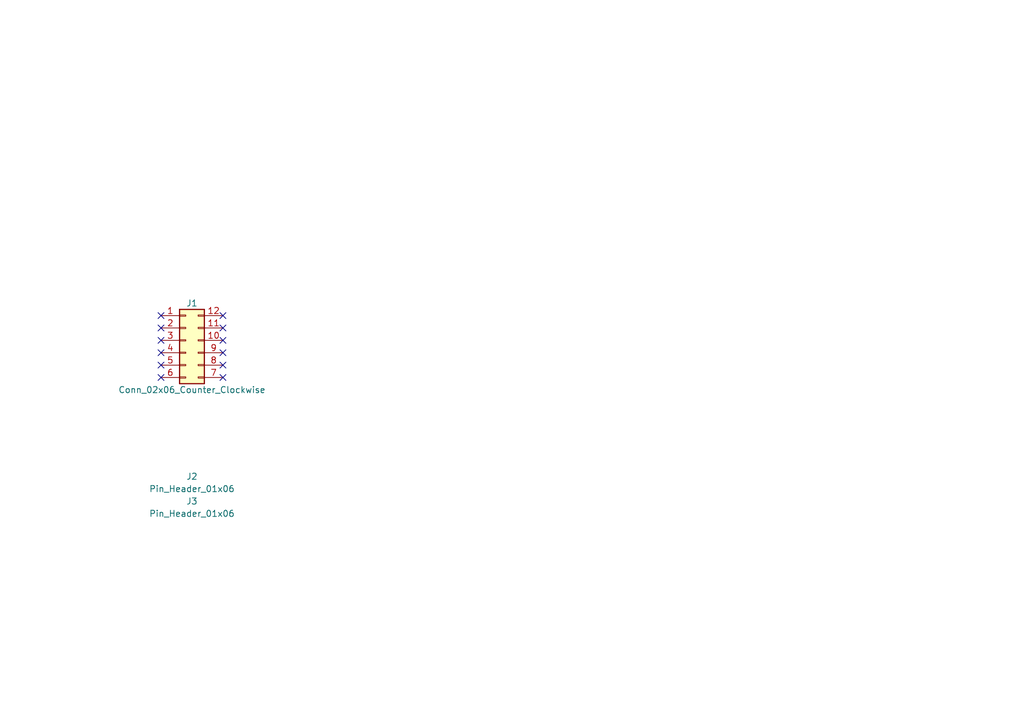
<source format=kicad_sch>
(kicad_sch (version 20250114) (generator "eeschema") (generator_version "9.0")
  (paper "A5")
  (title_block (title "Board 2x06 W15.24mm") (date "2025-09-29") (rev "V0"))
  (lib_symbols
    (symbol "Connector_Generic:Conn_02x06_Counter_Clockwise" (pin_names (offset 1.016) (hide yes))
      (property "Reference" "J" (at 1.27 7.62 0))
      (property "Value" "Conn_02x06_Counter_Clockwise" (at 1.27 -10.16 0))
      (symbol "Conn_02x06_Counter_Clockwise_1_1"
        (rectangle (start -1.27 6.35) (end 3.81 -8.89) (stroke (width 0.254)) (fill (type background)))
        (rectangle (start -1.27 5.207) (end 0 4.953) (stroke (width 0.1524)))
        (rectangle (start -1.27 2.667) (end 0 2.413) (stroke (width 0.1524)))
        (rectangle (start -1.27 0.127) (end 0 -0.127) (stroke (width 0.1524)))
        (rectangle (start -1.27 -2.413) (end 0 -2.667) (stroke (width 0.1524)))
        (rectangle (start -1.27 -4.953) (end 0 -5.207) (stroke (width 0.1524)))
        (rectangle (start -1.27 -7.493) (end 0 -7.747) (stroke (width 0.1524)))
        (rectangle (start 3.81 5.207) (end 2.54 4.953) (stroke (width 0.1524)))
        (rectangle (start 3.81 2.667) (end 2.54 2.413) (stroke (width 0.1524)))
        (rectangle (start 3.81 0.127) (end 2.54 -0.127) (stroke (width 0.1524)))
        (rectangle (start 3.81 -2.413) (end 2.54 -2.667) (stroke (width 0.1524)))
        (rectangle (start 3.81 -4.953) (end 2.54 -5.207) (stroke (width 0.1524)))
        (rectangle (start 3.81 -7.493) (end 2.54 -7.747) (stroke (width 0.1524)))
        (pin passive line (at -5.08 5.08 0) (length 3.81) (name "Pin_1") (number "1"))
        (pin passive line (at -5.08 2.54 0) (length 3.81) (name "Pin_2") (number "2"))
        (pin passive line (at -5.08 0 0) (length 3.81) (name "Pin_3") (number "3"))
        (pin passive line (at -5.08 -2.54 0) (length 3.81) (name "Pin_4") (number "4"))
        (pin passive line (at -5.08 -5.08 0) (length 3.81) (name "Pin_5") (number "5"))
        (pin passive line (at -5.08 -7.62 0) (length 3.81) (name "Pin_6") (number "6"))
        (pin passive line (at 7.62 5.08 180) (length 3.81) (name "Pin_12") (number "12"))
        (pin passive line (at 7.62 2.54 180) (length 3.81) (name "Pin_11") (number "11"))
        (pin passive line (at 7.62 0 180) (length 3.81) (name "Pin_10") (number "10"))
        (pin passive line (at 7.62 -2.54 180) (length 3.81) (name "Pin_9") (number "9"))
        (pin passive line (at 7.62 -5.08 180) (length 3.81) (name "Pin_8") (number "8"))
        (pin passive line (at 7.62 -7.62 180) (length 3.81) (name "Pin_7") (number "7"))
      )
    )
    (symbol "HCP65:Pin_Header_01x16" (pin_names (offset 1.016) (hide yes))
      (property "Reference" "J" (at 0 1.27 0))
      (property "Value" "Pin_Header_01x16" (at 0 -1.27 0))
    )
  )
  (no_connect (at 45.72 72.39))
  (no_connect (at 33.02 64.77))
  (no_connect (at 33.02 72.39))
  (no_connect (at 33.02 74.93))
  (no_connect (at 45.72 74.93))
  (no_connect (at 33.02 67.31))
  (no_connect (at 45.72 69.85))
  (no_connect (at 33.02 77.47))
  (no_connect (at 33.02 69.85))
  (no_connect (at 45.72 67.31))
  (no_connect (at 45.72 77.47))
  (no_connect (at 45.72 64.77))
  (symbol (lib_id "HCP65:Pin_Header_01x16") (at 39.37 99.06 0) (mirror y) (unit 1)
    (property "Reference" "J2" (at 39.37 97.79 0))
    (property "Value" "Pin_Header_01x06" (at 39.37 100.33 0))
    (property "Footprint" "SamacSys_Parts:PinHeader_1x06_P2.54mm_Vertical" (effects (hide yes)))
  )
  (symbol (lib_id "Connector_Generic:Conn_02x06_Counter_Clockwise") (at 38.1 69.85 0) (unit 1)
    (property "Reference" "J1" (at 39.37 62.23 0))
    (property "Value" "Conn_02x06_Counter_Clockwise" (at 39.37 80.01 0))
    (property "Description" "Generic connector, double row, 02x06, counter clockwise pin numbering scheme (similar to DIP package numbering), script generated (kicad-library-utils/schlib/autogen/connector/)" (effects (hide yes)))
  )
  (symbol (lib_id "HCP65:Pin_Header_01x16") (at 39.37 104.14 0) (unit 1)
    (property "Reference" "J3" (at 39.37 102.87 0))
    (property "Value" "Pin_Header_01x06" (at 39.37 105.41 0))
    (property "Footprint" "SamacSys_Parts:PinHeader_1x06_P2.54mm_Vertical" (effects (hide yes)))
  )
)
</source>
